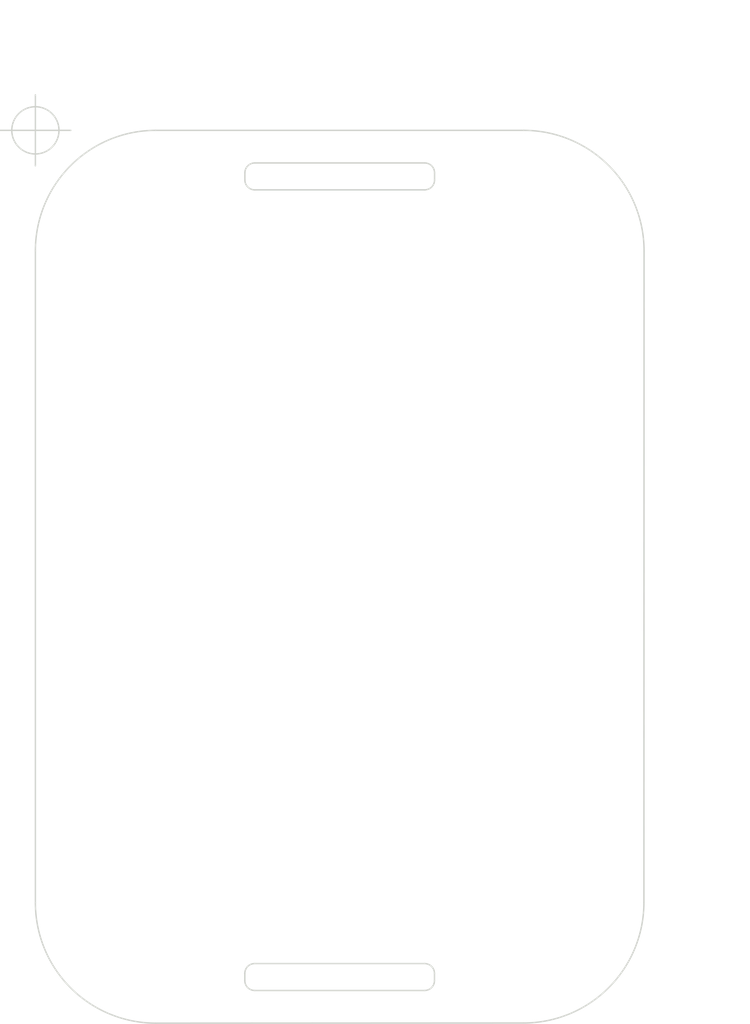
<source format=kicad_pcb>
(kicad_pcb (version 20211014) (generator pcbnew)

  (general
    (thickness 1.6)
  )

  (paper "A4")
  (layers
    (0 "F.Cu" signal)
    (31 "B.Cu" signal)
    (32 "B.Adhes" user "B.Adhesive")
    (33 "F.Adhes" user "F.Adhesive")
    (34 "B.Paste" user)
    (35 "F.Paste" user)
    (36 "B.SilkS" user "B.Silkscreen")
    (37 "F.SilkS" user "F.Silkscreen")
    (38 "B.Mask" user)
    (39 "F.Mask" user)
    (40 "Dwgs.User" user "User.Drawings")
    (41 "Cmts.User" user "User.Comments")
    (42 "Eco1.User" user "User.Eco1")
    (43 "Eco2.User" user "User.Eco2")
    (44 "Edge.Cuts" user)
    (45 "Margin" user)
    (46 "B.CrtYd" user "B.Courtyard")
    (47 "F.CrtYd" user "F.Courtyard")
    (48 "B.Fab" user)
    (49 "F.Fab" user)
    (50 "User.1" user)
    (51 "User.2" user)
    (52 "User.3" user)
    (53 "User.4" user)
    (54 "User.5" user)
    (55 "User.6" user)
    (56 "User.7" user)
    (57 "User.8" user)
    (58 "User.9" user)
  )

  (setup
    (pad_to_mask_clearance 0)
    (pcbplotparams
      (layerselection 0x00010fc_ffffffff)
      (disableapertmacros false)
      (usegerberextensions false)
      (usegerberattributes true)
      (usegerberadvancedattributes true)
      (creategerberjobfile true)
      (svguseinch false)
      (svgprecision 6)
      (excludeedgelayer true)
      (plotframeref false)
      (viasonmask false)
      (mode 1)
      (useauxorigin false)
      (hpglpennumber 1)
      (hpglpenspeed 20)
      (hpglpendiameter 15.000000)
      (dxfpolygonmode true)
      (dxfimperialunits true)
      (dxfusepcbnewfont true)
      (psnegative false)
      (psa4output false)
      (plotreference true)
      (plotvalue true)
      (plotinvisibletext false)
      (sketchpadsonfab false)
      (subtractmaskfromsilk false)
      (outputformat 1)
      (mirror false)
      (drillshape 1)
      (scaleselection 1)
      (outputdirectory "")
    )
  )

  (net 0 "")

  (gr_arc (start 114.810408 39.410408) (mid 115.015433 38.915433) (end 115.510408 38.710408) (layer "Dwgs.User") (width 0.002) (tstamp 244e5cfc-2afe-44e3-a126-2f15741220c6))
  (gr_line (start 134.510408 36.410408) (end 108.510408 36.410408) (layer "Dwgs.User") (width 0.002) (tstamp 24756da5-f01f-4d78-8850-b1e040fe23a2))
  (gr_line (start 115.510408 95.210408) (end 127.510408 95.210408) (layer "Dwgs.User") (width 0.002) (tstamp 2ddb9951-6244-4139-bd17-f31679fdb144))
  (gr_line (start 114.810408 39.910408) (end 114.810408 39.410408) (layer "Dwgs.User") (width 0.002) (tstamp 3adfac08-b7d9-4b9d-9c0a-eb383cc7e8cc))
  (gr_arc (start 100.010408 44.910408) (mid 102.5 38.9) (end 108.510408 36.410408) (layer "Dwgs.User") (width 0.002) (tstamp 3b65293b-4033-4ebe-b0b2-4fce43298464))
  (gr_line (start 127.510408 40.610408) (end 115.510408 40.610408) (layer "Dwgs.User") (width 0.002) (tstamp 4278123a-22a9-4549-b95e-8774f2791a44))
  (gr_line (start 128.210408 39.410408) (end 128.210408 39.910408) (layer "Dwgs.User") (width 0.002) (tstamp 5053cfee-6d15-4221-87a6-c19fbe4387ff))
  (gr_arc (start 128.210408 96.410408) (mid 128.005383 96.905383) (end 127.510408 97.110408) (layer "Dwgs.User") (width 0.002) (tstamp 7bffbc0d-cbbf-4e66-84fd-4db5b11b9054))
  (gr_arc (start 127.510408 95.210408) (mid 128.005383 95.415433) (end 128.210408 95.910408) (layer "Dwgs.User") (width 0.002) (tstamp 972bf3a9-2bcd-4f86-9364-448104b59fa1))
  (gr_arc (start 134.510408 36.410408) (mid 140.520816 38.9) (end 143.010408 44.910408) (layer "Dwgs.User") (width 0.002) (tstamp 9cf52a1a-e865-428e-b784-aa1c5b0f3338))
  (gr_line (start 114.810408 96.410408) (end 114.810408 95.910408) (layer "Dwgs.User") (width 0.002) (tstamp a036a5a8-8f7c-4357-bc3b-7166240367f8))
  (gr_arc (start 114.810408 95.910408) (mid 115.015433 95.415433) (end 115.510408 95.210408) (layer "Dwgs.User") (width 0.002) (tstamp a8ef363b-9b4e-4580-a6e3-46ed15ba7656))
  (gr_arc (start 115.510408 40.610408) (mid 115.015433 40.405383) (end 114.810408 39.910408) (layer "Dwgs.User") (width 0.002) (tstamp af18c785-6f38-4432-9a38-0a1da879ae83))
  (gr_arc (start 115.510408 97.110408) (mid 115.015433 96.905383) (end 114.810408 96.410408) (layer "Dwgs.User") (width 0.002) (tstamp b7a0bca1-78fe-4a10-a2dd-675930fbb756))
  (gr_line (start 115.510408 38.710408) (end 127.510408 38.710408) (layer "Dwgs.User") (width 0.002) (tstamp bb9aeea6-bb5d-4190-983f-4c5cd351862c))
  (gr_arc (start 143.010408 90.910408) (mid 140.520816 96.920816) (end 134.510408 99.410408) (layer "Dwgs.User") (width 0.002) (tstamp c3399573-dcac-49ae-86a9-b7cdcbfdff18))
  (gr_arc (start 108.510408 99.410408) (mid 102.5 96.920816) (end 100.010408 90.910408) (layer "Dwgs.User") (width 0.002) (tstamp c92dc05d-bab4-46a8-b59b-46678b50bfad))
  (gr_line (start 128.210408 95.910408) (end 128.210408 96.410408) (layer "Dwgs.User") (width 0.002) (tstamp d1e82423-ba62-4a46-8ffd-e39c9feae0c0))
  (gr_line (start 108.510408 99.410408) (end 134.510408 99.410408) (layer "Dwgs.User") (width 0.002) (tstamp d9880e40-9b52-428a-b689-427fdc417827))
  (gr_arc (start 128.210408 39.910408) (mid 128.005383 40.405383) (end 127.510408 40.610408) (layer "Dwgs.User") (width 0.002) (tstamp db9f61cb-a79a-41ed-a546-a1226352200f))
  (gr_line (start 143.010408 90.910408) (end 143.010408 44.910408) (layer "Dwgs.User") (width 0.002) (tstamp f1ae2bb2-f3f3-4482-a57d-f45b8148892e))
  (gr_line (start 127.510408 97.110408) (end 115.510408 97.110408) (layer "Dwgs.User") (width 0.002) (tstamp f4066445-f9b8-400b-b4f4-98535eedf76b))
  (gr_line (start 100.010408 44.910408) (end 100.010408 90.910408) (layer "Dwgs.User") (width 0.002) (tstamp f5ba7a7e-ffe4-49f8-aca6-344fedf85517))
  (gr_arc (start 127.510408 38.710408) (mid 128.005383 38.915433) (end 128.210408 39.410408) (layer "Dwgs.User") (width 0.002) (tstamp fc154e85-3258-4577-94f7-e1d5668fab8e))
  (gr_line (start 114.794975 96.394975) (end 114.794975 95.894975) (layer "Edge.Cuts") (width 0.1) (tstamp 0a87bf9b-b9b7-4f48-bd62-de5e0e684144))
  (gr_arc (start 127.494975 95.194975) (mid 127.98995 95.4) (end 128.194975 95.894975) (layer "Edge.Cuts") (width 0.1) (tstamp 175cd897-fc93-4686-b838-4db00b701606))
  (gr_arc (start 127.5 38.7) (mid 127.994975 38.905025) (end 128.2 39.4) (layer "Edge.Cuts") (width 0.1) (tstamp 280fd038-cdf9-4167-86a9-989d0b96b6bb))
  (gr_arc (start 115.494975 97.094975) (mid 115 96.88995) (end 114.794975 96.394975) (layer "Edge.Cuts") (width 0.1) (tstamp 2cbe9da4-2ffb-4fcf-84a3-970d78e3092d))
  (gr_line (start 127.494975 97.094975) (end 115.494975 97.094975) (layer "Edge.Cuts") (width 0.1) (tstamp 2ead31c8-b66e-4181-bd83-2a849c7b49ee))
  (gr_arc (start 115.5 40.6) (mid 115.005025 40.394975) (end 114.8 39.9) (layer "Edge.Cuts") (width 0.1) (tstamp 3896ab1e-3daf-4a51-9fe3-e7207736f2ab))
  (gr_line (start 115.494975 95.194975) (end 127.494975 95.194975) (layer "Edge.Cuts") (width 0.1) (tstamp 47f3c799-d532-46bc-95a9-ea8af2c26f5c))
  (gr_line (start 128.194975 95.894975) (end 128.194975 96.394975) (layer "Edge.Cuts") (width 0.1) (tstamp 4e9a4f98-40f9-4cce-88c1-7acd99720def))
  (gr_arc (start 100 44.9) (mid 102.489592 38.889592) (end 108.5 36.4) (layer "Edge.Cuts") (width 0.1) (tstamp 57ce6754-08ef-45da-b66a-8418fa108ca2))
  (gr_arc (start 114.8 39.4) (mid 115.005025 38.905025) (end 115.5 38.7) (layer "Edge.Cuts") (width 0.1) (tstamp 5a2ad7f2-0a7e-41a7-94af-b2f8268e40f1))
  (gr_line (start 114.8 39.9) (end 114.8 39.4) (layer "Edge.Cuts") (width 0.1) (tstamp 67c493d8-f42f-44d6-981d-a18061559b4f))
  (gr_line (start 127.5 40.6) (end 115.5 40.6) (layer "Edge.Cuts") (width 0.1) (tstamp 67f7e8c3-2187-4773-8c66-691ad5c25f34))
  (gr_line (start 134.5 36.4) (end 108.5 36.4) (layer "Edge.Cuts") (width 0.1) (tstamp 68fe0676-4a97-47a8-92b1-62ffd8a61f30))
  (gr_arc (start 128.2 39.9) (mid 127.994975 40.394975) (end 127.5 40.6) (layer "Edge.Cuts") (width 0.1) (tstamp 855aae6d-0681-4d90-99fc-9aa588559f06))
  (gr_line (start 128.2 39.4) (end 128.2 39.9) (layer "Edge.Cuts") (width 0.1) (tstamp a6289842-ae3e-4a54-aa11-577df9661491))
  (gr_line (start 108.5 99.4) (end 134.489592 99.389592) (layer "Edge.Cuts") (width 0.1) (tstamp ab384a4e-5e9e-4ef0-ba86-1e10d3852441))
  (gr_arc (start 108.5 99.4) (mid 102.489592 96.910408) (end 100 90.9) (layer "Edge.Cuts") (width 0.1) (tstamp ac606b01-c803-4011-ad39-3c9ad11d2d20))
  (gr_arc (start 128.194975 96.394975) (mid 127.98995 96.88995) (end 127.494975 97.094975) (layer "Edge.Cuts") (width 0.1) (tstamp b44879e8-f1d6-4d9b-9b53-b57d59c761e0))
  (gr_arc (start 142.989592 90.889592) (mid 140.5 96.9) (end 134.489592 99.389592) (layer "Edge.Cuts") (width 0.1) (tstamp b4df6237-a5c2-476d-b6fc-364867c8e236))
  (gr_arc (start 114.794975 95.894975) (mid 115 95.4) (end 115.494975 95.194975) (layer "Edge.Cuts") (width 0.1) (tstamp dfe6a8df-c9e1-4e12-a95b-132eb94926d1))
  (gr_line (start 100 44.9) (end 100 90.9) (layer "Edge.Cuts") (width 0.1) (tstamp ecbaacf7-7685-4347-9980-5798ffa3c561))
  (gr_line (start 142.989592 90.889592) (end 143 44.9) (layer "Edge.Cuts") (width 0.1) (tstamp f0f31353-3965-4adb-83a6-d069176db2c7))
  (gr_line (start 115.5 38.7) (end 127.5 38.7) (layer "Edge.Cuts") (width 0.1) (tstamp f27bdd7d-8cff-48f3-8d2a-b49e5036d924))
  (gr_arc (start 134.5 36.4) (mid 140.510408 38.889592) (end 143 44.9) (layer "Edge.Cuts") (width 0.1) (tstamp f671337d-0862-4107-b7ac-3d710e374714))
  (dimension (type aligned) (layer "Eco2.User") (tstamp 0bf909e0-4633-4afc-9f97-ab8fc742c674)
    (pts (xy 133.4 36.4) (xy 133.4 99.4))
    (height -13.3)
    (gr_text "63.0000 mm" (at 145.55 67.9 90) (layer "Eco2.User") (tstamp f728f932-4a77-4277-abc0-83c12ec8b7df)
      (effects (font (size 1 1) (thickness 0.15)))
    )
    (format (units 3) (units_format 1) (precision 4))
    (style (thickness 0.15) (arrow_length 1.27) (text_position_mode 0) (extension_height 0.58642) (extension_offset 0.5) keep_text_aligned)
  )
  (dimension (type aligned) (layer "Eco2.User") (tstamp 1125373f-c65f-45fb-ac2b-eb78f83017d1)
    (pts (xy 100 46.9) (xy 143 46.9))
    (height -17.7)
    (gr_text "43.0000 mm" (at 121.5 28.05) (layer "Eco2.User") (tstamp 0118c470-1e76-4a53-87f4-1e47047b6938)
      (effects (font (size 1 1) (thickness 0.15)))
    )
    (format (units 3) (units_format 1) (precision 4))
    (style (thickness 0.15) (arrow_length 1.27) (text_position_mode 0) (extension_height 0.58642) (extension_offset 0.5) keep_text_aligned)
  )
  (target plus (at 100 36.4) (size 5) (width 0.1) (layer "Edge.Cuts") (tstamp cb80b17c-649c-4b17-87f2-28ccabec8e85))

  (group "" (id f4d6c50c-b803-47a4-91f4-a4bbfa11a3e4)
    (members
      244e5cfc-2afe-44e3-a126-2f15741220c6
      24756da5-f01f-4d78-8850-b1e040fe23a2
      2ddb9951-6244-4139-bd17-f31679fdb144
      3adfac08-b7d9-4b9d-9c0a-eb383cc7e8cc
      3b65293b-4033-4ebe-b0b2-4fce43298464
      4278123a-22a9-4549-b95e-8774f2791a44
      5053cfee-6d15-4221-87a6-c19fbe4387ff
      7bffbc0d-cbbf-4e66-84fd-4db5b11b9054
      972bf3a9-2bcd-4f86-9364-448104b59fa1
      9cf52a1a-e865-428e-b784-aa1c5b0f3338
      a036a5a8-8f7c-4357-bc3b-7166240367f8
      a2e5610a-269c-4798-8768-956a79e51cd3
      a8ef363b-9b4e-4580-a6e3-46ed15ba7656
      af18c785-6f38-4432-9a38-0a1da879ae83
      af264a27-b692-415c-82c6-892bd046df65
      b7a0bca1-78fe-4a10-a2dd-675930fbb756
      bb9aeea6-bb5d-4190-983f-4c5cd351862c
      c3399573-dcac-49ae-86a9-b7cdcbfdff18
      c92dc05d-bab4-46a8-b59b-46678b50bfad
      d1e82423-ba62-4a46-8ffd-e39c9feae0c0
      d8474fa7-528f-442f-b2c8-7707eed35fc2
      d9880e40-9b52-428a-b689-427fdc417827
      db9f61cb-a79a-41ed-a546-a1226352200f
      ea73b00a-d9d3-4487-8af6-57c16138eb45
      f1ae2bb2-f3f3-4482-a57d-f45b8148892e
      f4066445-f9b8-400b-b4f4-98535eedf76b
      f5ba7a7e-ffe4-49f8-aca6-344fedf85517
      fc154e85-3258-4577-94f7-e1d5668fab8e
    )
  )
)

</source>
